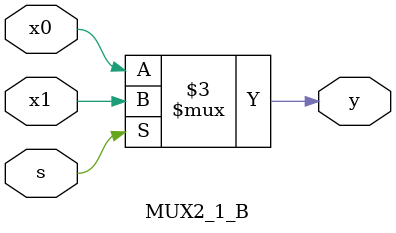
<source format=v>


`timescale 1ns/10ps

module MUX2_1_B (
    x0,
    x1,
    s,
    y
);
// 2:1 Multiplexer written via behavioral if
// Input:
//     x0(bool): input channel 0
//     x1(bool): input channel 1
//     s(bool): channel selection input 
// Output:
//     y(bool): ouput

input x0;
input x1;
input s;
output y;
reg y;




always @(s, x0, x1) begin: MUX2_1_B_LOGIC
    if (s) begin
        y = x1;
    end
    else begin
        y = x0;
    end
end

endmodule

</source>
